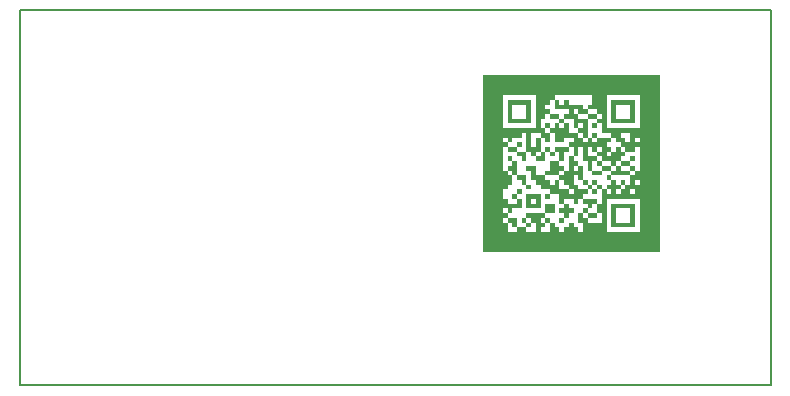
<source format=gbo>
G04 MADE WITH FRITZING*
G04 WWW.FRITZING.ORG*
G04 DOUBLE SIDED*
G04 HOLES PLATED*
G04 CONTOUR ON CENTER OF CONTOUR VECTOR*
%ASAXBY*%
%FSLAX23Y23*%
%MOIN*%
%OFA0B0*%
%SFA1.0B1.0*%
%ADD10R,2.509690X1.258780X2.493690X1.242780*%
%ADD11C,0.008000*%
%ADD12R,0.001000X0.001000*%
%LNSILK0*%
G90*
G70*
G54D11*
X4Y1255D02*
X2506Y1255D01*
X2506Y4D01*
X4Y4D01*
X4Y1255D01*
D02*
G36*
X2054Y956D02*
X2054Y940D01*
X1991Y940D01*
X1991Y893D01*
X1975Y893D01*
X1975Y956D01*
X2054Y956D01*
G37*
D02*
G36*
X2054Y940D02*
X2054Y893D01*
X2038Y893D01*
X2038Y940D01*
X2054Y940D01*
G37*
D02*
G36*
X2054Y893D02*
X2054Y889D01*
X1975Y889D01*
X1975Y893D01*
X2054Y893D01*
G37*
D02*
G36*
X2054Y893D02*
X2054Y889D01*
X1975Y889D01*
X1975Y893D01*
X2054Y893D01*
G37*
D02*
G36*
X2054Y889D02*
X2054Y877D01*
X1975Y877D01*
X1975Y889D01*
X2054Y889D01*
G37*
D02*
G36*
X1833Y956D02*
X1833Y940D01*
X1818Y940D01*
X1818Y956D01*
X1833Y956D01*
G37*
D02*
G36*
X1802Y956D02*
X1802Y940D01*
X1786Y940D01*
X1786Y956D01*
X1802Y956D01*
G37*
D02*
G36*
X1881Y940D02*
X1881Y936D01*
X1786Y936D01*
X1786Y940D01*
X1881Y940D01*
G37*
D02*
G36*
X1881Y940D02*
X1881Y936D01*
X1786Y936D01*
X1786Y940D01*
X1881Y940D01*
G37*
D02*
G36*
X1881Y936D02*
X1881Y924D01*
X1849Y924D01*
X1849Y909D01*
X1833Y909D01*
X1833Y924D01*
X1786Y924D01*
X1786Y936D01*
X1881Y936D01*
G37*
D02*
G36*
X1896Y924D02*
X1896Y909D01*
X1865Y909D01*
X1865Y924D01*
X1896Y924D01*
G37*
D02*
G36*
X1865Y909D02*
X1865Y893D01*
X1896Y893D01*
X1896Y877D01*
X1865Y877D01*
X1865Y861D01*
X1849Y861D01*
X1849Y893D01*
X1818Y893D01*
X1818Y909D01*
X1865Y909D01*
G37*
D02*
G36*
X1896Y877D02*
X1896Y861D01*
X1881Y861D01*
X1881Y877D01*
X1896Y877D01*
G37*
D02*
G36*
X1896Y861D02*
X1896Y830D01*
X1881Y830D01*
X1881Y846D01*
X1865Y846D01*
X1865Y861D01*
X1896Y861D01*
G37*
D02*
G36*
X1707Y956D02*
X1707Y940D01*
X1644Y940D01*
X1644Y893D01*
X1629Y893D01*
X1629Y956D01*
X1707Y956D01*
G37*
D02*
G36*
X1707Y940D02*
X1707Y893D01*
X1692Y893D01*
X1692Y940D01*
X1707Y940D01*
G37*
D02*
G36*
X1707Y893D02*
X1707Y889D01*
X1629Y889D01*
X1629Y893D01*
X1707Y893D01*
G37*
D02*
G36*
X1707Y893D02*
X1707Y889D01*
X1629Y889D01*
X1629Y893D01*
X1707Y893D01*
G37*
D02*
G36*
X1707Y889D02*
X1707Y877D01*
X1629Y877D01*
X1629Y889D01*
X1707Y889D01*
G37*
D02*
G36*
X1928Y909D02*
X1928Y893D01*
X1896Y893D01*
X1896Y909D01*
X1928Y909D01*
G37*
D02*
G36*
X1802Y909D02*
X1802Y893D01*
X1770Y893D01*
X1770Y909D01*
X1802Y909D01*
G37*
D02*
G36*
X1818Y893D02*
X1818Y877D01*
X1802Y877D01*
X1802Y893D01*
X1818Y893D01*
G37*
D02*
G36*
X1928Y877D02*
X1928Y861D01*
X1912Y861D01*
X1912Y877D01*
X1928Y877D01*
G37*
D02*
G36*
X1770Y877D02*
X1770Y861D01*
X1755Y861D01*
X1755Y877D01*
X1770Y877D01*
G37*
D02*
G36*
X1928Y846D02*
X1928Y830D01*
X1912Y830D01*
X1912Y846D01*
X1928Y846D01*
G37*
D02*
G36*
X1676Y814D02*
X1676Y798D01*
X1660Y798D01*
X1660Y814D01*
X1676Y814D01*
G37*
D02*
G36*
X1833Y877D02*
X1833Y861D01*
X1818Y861D01*
X1818Y877D01*
X1833Y877D01*
G37*
D02*
G36*
X1802Y877D02*
X1802Y861D01*
X1786Y861D01*
X1786Y877D01*
X1802Y877D01*
G37*
D02*
G36*
X1833Y861D02*
X1833Y857D01*
X1770Y857D01*
X1770Y861D01*
X1833Y861D01*
G37*
D02*
G36*
X1833Y861D02*
X1833Y857D01*
X1770Y857D01*
X1770Y861D01*
X1833Y861D01*
G37*
D02*
G36*
X1833Y857D02*
X1833Y846D01*
X1865Y846D01*
X1865Y830D01*
X1818Y830D01*
X1818Y814D01*
X1786Y814D01*
X1786Y846D01*
X1770Y846D01*
X1770Y857D01*
X1833Y857D01*
G37*
D02*
G36*
X1975Y830D02*
X1975Y814D01*
X1928Y814D01*
X1928Y830D01*
X1975Y830D01*
G37*
D02*
G36*
X1912Y830D02*
X1912Y814D01*
X1896Y814D01*
X1896Y830D01*
X1912Y830D01*
G37*
D02*
G36*
X1881Y830D02*
X1881Y814D01*
X1849Y814D01*
X1849Y830D01*
X1881Y830D01*
G37*
D02*
G36*
X1959Y814D02*
X1959Y810D01*
X1833Y810D01*
X1833Y814D01*
X1959Y814D01*
G37*
D02*
G36*
X1959Y814D02*
X1959Y810D01*
X1833Y810D01*
X1833Y814D01*
X1959Y814D01*
G37*
D02*
G36*
X1959Y814D02*
X1959Y810D01*
X1833Y810D01*
X1833Y814D01*
X1959Y814D01*
G37*
D02*
G36*
X1959Y810D02*
X1959Y798D01*
X1865Y798D01*
X1865Y767D01*
X1849Y767D01*
X1849Y798D01*
X1833Y798D01*
X1833Y810D01*
X1959Y810D01*
G37*
D02*
G36*
X2007Y798D02*
X2007Y783D01*
X1991Y783D01*
X1991Y798D01*
X2007Y798D01*
G37*
D02*
G36*
X1975Y798D02*
X1975Y783D01*
X1944Y783D01*
X1944Y798D01*
X1975Y798D01*
G37*
D02*
G36*
X1928Y798D02*
X1928Y783D01*
X1912Y783D01*
X1912Y798D01*
X1928Y798D01*
G37*
D02*
G36*
X1896Y798D02*
X1896Y767D01*
X1881Y767D01*
X1881Y798D01*
X1896Y798D01*
G37*
D02*
G36*
X2022Y783D02*
X2022Y767D01*
X1975Y767D01*
X1975Y783D01*
X2022Y783D01*
G37*
D02*
G36*
X1959Y783D02*
X1959Y767D01*
X1928Y767D01*
X1928Y783D01*
X1959Y783D01*
G37*
D02*
G36*
X2007Y767D02*
X2007Y763D01*
X1944Y763D01*
X1944Y767D01*
X2007Y767D01*
G37*
D02*
G36*
X2007Y767D02*
X2007Y763D01*
X1944Y763D01*
X1944Y767D01*
X2007Y767D01*
G37*
D02*
G36*
X1928Y767D02*
X1928Y751D01*
X1912Y751D01*
X1912Y720D01*
X1896Y720D01*
X1896Y751D01*
X1881Y751D01*
X1881Y767D01*
X1928Y767D01*
G37*
D02*
G36*
X2007Y763D02*
X2007Y751D01*
X1991Y751D01*
X1991Y735D01*
X1975Y735D01*
X1975Y751D01*
X1944Y751D01*
X1944Y763D01*
X2007Y763D01*
G37*
D02*
G36*
X1833Y798D02*
X1833Y783D01*
X1818Y783D01*
X1818Y751D01*
X1802Y751D01*
X1802Y783D01*
X1786Y783D01*
X1786Y798D01*
X1833Y798D01*
G37*
D02*
G36*
X1770Y798D02*
X1770Y783D01*
X1755Y783D01*
X1755Y798D01*
X1770Y798D01*
G37*
D02*
G36*
X1660Y798D02*
X1660Y783D01*
X1629Y783D01*
X1629Y798D01*
X1660Y798D01*
G37*
D02*
G36*
X1786Y783D02*
X1786Y767D01*
X1770Y767D01*
X1770Y783D01*
X1786Y783D01*
G37*
D02*
G36*
X1755Y783D02*
X1755Y751D01*
X1723Y751D01*
X1723Y767D01*
X1739Y767D01*
X1739Y783D01*
X1755Y783D01*
G37*
D02*
G36*
X1692Y783D02*
X1692Y751D01*
X1676Y751D01*
X1676Y767D01*
X1660Y767D01*
X1660Y783D01*
X1692Y783D01*
G37*
D02*
G36*
X2054Y767D02*
X2054Y751D01*
X2038Y751D01*
X2038Y767D01*
X2054Y767D01*
G37*
D02*
G36*
X1644Y767D02*
X1644Y751D01*
X1629Y751D01*
X1629Y767D01*
X1644Y767D01*
G37*
D02*
G36*
X2038Y751D02*
X2038Y735D01*
X2007Y735D01*
X2007Y751D01*
X2038Y751D01*
G37*
D02*
G36*
X1944Y751D02*
X1944Y735D01*
X1928Y735D01*
X1928Y751D01*
X1944Y751D01*
G37*
D02*
G36*
X1802Y751D02*
X1802Y735D01*
X1818Y735D01*
X1818Y720D01*
X1802Y720D01*
X1802Y704D01*
X1755Y704D01*
X1755Y720D01*
X1770Y720D01*
X1770Y751D01*
X1802Y751D01*
G37*
D02*
G36*
X1660Y751D02*
X1660Y704D01*
X1644Y704D01*
X1644Y720D01*
X1629Y720D01*
X1629Y735D01*
X1644Y735D01*
X1644Y751D01*
X1660Y751D01*
G37*
D02*
G36*
X2054Y735D02*
X2054Y720D01*
X2038Y720D01*
X2038Y735D01*
X2054Y735D01*
G37*
D02*
G36*
X2007Y735D02*
X2007Y720D01*
X2038Y720D01*
X2038Y704D01*
X1975Y704D01*
X1975Y720D01*
X1991Y720D01*
X1991Y735D01*
X2007Y735D01*
G37*
D02*
G36*
X1975Y735D02*
X1975Y720D01*
X1944Y720D01*
X1944Y735D01*
X1975Y735D01*
G37*
D02*
G36*
X1849Y767D02*
X1849Y751D01*
X1865Y751D01*
X1865Y735D01*
X1849Y735D01*
X1849Y720D01*
X1833Y720D01*
X1833Y767D01*
X1849Y767D01*
G37*
D02*
G36*
X1881Y735D02*
X1881Y720D01*
X1865Y720D01*
X1865Y735D01*
X1881Y735D01*
G37*
D02*
G36*
X1723Y735D02*
X1723Y704D01*
X1755Y704D01*
X1755Y688D01*
X1770Y688D01*
X1770Y672D01*
X1723Y672D01*
X1723Y688D01*
X1707Y688D01*
X1707Y720D01*
X1692Y720D01*
X1692Y735D01*
X1723Y735D01*
G37*
D02*
G36*
X1881Y720D02*
X1881Y716D01*
X1818Y716D01*
X1818Y720D01*
X1881Y720D01*
G37*
D02*
G36*
X1881Y720D02*
X1881Y716D01*
X1818Y716D01*
X1818Y720D01*
X1881Y720D01*
G37*
D02*
G36*
X1881Y716D02*
X1881Y704D01*
X1849Y704D01*
X1849Y688D01*
X1802Y688D01*
X1802Y672D01*
X1786Y672D01*
X1786Y688D01*
X1802Y688D01*
X1802Y704D01*
X1818Y704D01*
X1818Y716D01*
X1881Y716D01*
G37*
D02*
G36*
X1881Y704D02*
X1881Y688D01*
X1865Y688D01*
X1865Y704D01*
X1881Y704D01*
G37*
D02*
G36*
X1849Y688D02*
X1849Y672D01*
X1865Y672D01*
X1865Y657D01*
X1896Y657D01*
X1896Y641D01*
X1849Y641D01*
X1849Y657D01*
X1833Y657D01*
X1833Y672D01*
X1818Y672D01*
X1818Y688D01*
X1849Y688D01*
G37*
D02*
G36*
X1802Y672D02*
X1802Y668D01*
X1739Y668D01*
X1739Y672D01*
X1802Y672D01*
G37*
D02*
G36*
X1802Y672D02*
X1802Y668D01*
X1739Y668D01*
X1739Y672D01*
X1802Y672D01*
G37*
D02*
G36*
X1802Y668D02*
X1802Y657D01*
X1739Y657D01*
X1739Y668D01*
X1802Y668D01*
G37*
D02*
G36*
X1833Y657D02*
X1833Y641D01*
X1770Y641D01*
X1770Y657D01*
X1833Y657D01*
G37*
D02*
G36*
X1881Y641D02*
X1881Y637D01*
X1802Y637D01*
X1802Y641D01*
X1881Y641D01*
G37*
D02*
G36*
X1881Y641D02*
X1881Y637D01*
X1802Y637D01*
X1802Y641D01*
X1881Y641D01*
G37*
D02*
G36*
X1881Y637D02*
X1881Y625D01*
X1818Y625D01*
X1818Y609D01*
X1802Y609D01*
X1802Y637D01*
X1881Y637D01*
G37*
D02*
G36*
X1865Y625D02*
X1865Y609D01*
X1849Y609D01*
X1849Y625D01*
X1865Y625D01*
G37*
D02*
G36*
X1944Y720D02*
X1944Y704D01*
X1912Y704D01*
X1912Y720D01*
X1944Y720D01*
G37*
D02*
G36*
X1975Y704D02*
X1975Y688D01*
X1959Y688D01*
X1959Y704D01*
X1975Y704D01*
G37*
D02*
G36*
X1692Y704D02*
X1692Y672D01*
X1676Y672D01*
X1676Y688D01*
X1660Y688D01*
X1660Y704D01*
X1692Y704D01*
G37*
D02*
G36*
X2022Y688D02*
X2022Y672D01*
X2007Y672D01*
X2007Y688D01*
X2022Y688D01*
G37*
D02*
G36*
X1928Y688D02*
X1928Y672D01*
X1912Y672D01*
X1912Y688D01*
X1928Y688D01*
G37*
D02*
G36*
X1896Y688D02*
X1896Y672D01*
X1881Y672D01*
X1881Y688D01*
X1896Y688D01*
G37*
D02*
G36*
X1944Y672D02*
X1944Y657D01*
X1928Y657D01*
X1928Y672D01*
X1944Y672D01*
G37*
D02*
G36*
X1912Y672D02*
X1912Y657D01*
X1896Y657D01*
X1896Y672D01*
X1912Y672D01*
G37*
D02*
G36*
X1707Y672D02*
X1707Y657D01*
X1692Y657D01*
X1692Y672D01*
X1707Y672D01*
G37*
D02*
G36*
X1928Y657D02*
X1928Y641D01*
X1912Y641D01*
X1912Y657D01*
X1928Y657D01*
G37*
D02*
G36*
X1676Y657D02*
X1676Y641D01*
X1660Y641D01*
X1660Y657D01*
X1676Y657D01*
G37*
D02*
G36*
X1770Y641D02*
X1770Y625D01*
X1755Y625D01*
X1755Y641D01*
X1770Y641D01*
G37*
D02*
G36*
X1739Y641D02*
X1739Y625D01*
X1707Y625D01*
X1707Y609D01*
X1692Y609D01*
X1692Y641D01*
X1739Y641D01*
G37*
D02*
G36*
X1739Y625D02*
X1739Y609D01*
X1723Y609D01*
X1723Y625D01*
X1739Y625D01*
G37*
D02*
G36*
X1739Y609D02*
X1739Y605D01*
X1692Y605D01*
X1692Y609D01*
X1739Y609D01*
G37*
D02*
G36*
X1739Y609D02*
X1739Y605D01*
X1692Y605D01*
X1692Y609D01*
X1739Y609D01*
G37*
D02*
G36*
X1739Y605D02*
X1739Y594D01*
X1692Y594D01*
X1692Y605D01*
X1739Y605D01*
G37*
D02*
G36*
X1660Y641D02*
X1660Y625D01*
X1644Y625D01*
X1644Y641D01*
X1660Y641D01*
G37*
D02*
G36*
X1928Y625D02*
X1928Y609D01*
X1912Y609D01*
X1912Y594D01*
X1896Y594D01*
X1896Y609D01*
X1881Y609D01*
X1881Y625D01*
X1928Y625D01*
G37*
D02*
G36*
X2137Y1038D02*
X2137Y972D01*
X1613Y972D01*
X1613Y861D01*
X1546Y861D01*
X1546Y1038D01*
X2137Y1038D01*
G37*
D02*
G36*
X2137Y972D02*
X2137Y861D01*
X2070Y861D01*
X2070Y972D01*
X2137Y972D01*
G37*
D02*
G36*
X1959Y972D02*
X1959Y861D01*
X1944Y861D01*
X1944Y877D01*
X1928Y877D01*
X1928Y893D01*
X1944Y893D01*
X1944Y909D01*
X1928Y909D01*
X1928Y924D01*
X1896Y924D01*
X1896Y940D01*
X1912Y940D01*
X1912Y972D01*
X1959Y972D01*
G37*
D02*
G36*
X1786Y972D02*
X1786Y956D01*
X1770Y956D01*
X1770Y940D01*
X1755Y940D01*
X1755Y924D01*
X1770Y924D01*
X1770Y909D01*
X1755Y909D01*
X1755Y893D01*
X1739Y893D01*
X1739Y861D01*
X1723Y861D01*
X1723Y972D01*
X1786Y972D01*
G37*
D02*
G36*
X2137Y861D02*
X2137Y857D01*
X1944Y857D01*
X1944Y861D01*
X2137Y861D01*
G37*
D02*
G36*
X2137Y861D02*
X2137Y857D01*
X1944Y857D01*
X1944Y861D01*
X2137Y861D01*
G37*
D02*
G36*
X1755Y861D02*
X1755Y857D01*
X1546Y857D01*
X1546Y861D01*
X1755Y861D01*
G37*
D02*
G36*
X1755Y861D02*
X1755Y857D01*
X1546Y857D01*
X1546Y861D01*
X1755Y861D01*
G37*
D02*
G36*
X2137Y857D02*
X2137Y846D01*
X2007Y846D01*
X2007Y830D01*
X2022Y830D01*
X2022Y814D01*
X1991Y814D01*
X1991Y830D01*
X1975Y830D01*
X1975Y846D01*
X1944Y846D01*
X1944Y857D01*
X2137Y857D01*
G37*
D02*
G36*
X1755Y857D02*
X1755Y846D01*
X1676Y846D01*
X1676Y830D01*
X1613Y830D01*
X1613Y814D01*
X1546Y814D01*
X1546Y857D01*
X1755Y857D01*
G37*
D02*
G36*
X2137Y846D02*
X2137Y830D01*
X2054Y830D01*
X2054Y814D01*
X2038Y814D01*
X2038Y846D01*
X2137Y846D01*
G37*
D02*
G36*
X1770Y846D02*
X1770Y830D01*
X1739Y830D01*
X1739Y798D01*
X1723Y798D01*
X1723Y830D01*
X1739Y830D01*
X1739Y846D01*
X1770Y846D01*
G37*
D02*
G36*
X1707Y846D02*
X1707Y798D01*
X1692Y798D01*
X1692Y846D01*
X1707Y846D01*
G37*
D02*
G36*
X2137Y830D02*
X2137Y814D01*
X2070Y814D01*
X2070Y830D01*
X2137Y830D01*
G37*
D02*
G36*
X1770Y830D02*
X1770Y814D01*
X1755Y814D01*
X1755Y830D01*
X1770Y830D01*
G37*
D02*
G36*
X1644Y830D02*
X1644Y814D01*
X1629Y814D01*
X1629Y830D01*
X1644Y830D01*
G37*
D02*
G36*
X2137Y814D02*
X2137Y810D01*
X2007Y810D01*
X2007Y814D01*
X2137Y814D01*
G37*
D02*
G36*
X2137Y814D02*
X2137Y810D01*
X2007Y810D01*
X2007Y814D01*
X2137Y814D01*
G37*
D02*
G36*
X2137Y814D02*
X2137Y810D01*
X2007Y810D01*
X2007Y814D01*
X2137Y814D01*
G37*
D02*
G36*
X1629Y814D02*
X1629Y798D01*
X1613Y798D01*
X1613Y720D01*
X1629Y720D01*
X1629Y704D01*
X1644Y704D01*
X1644Y672D01*
X1629Y672D01*
X1629Y657D01*
X1613Y657D01*
X1613Y625D01*
X1629Y625D01*
X1629Y609D01*
X1546Y609D01*
X1546Y814D01*
X1629Y814D01*
G37*
D02*
G36*
X2137Y810D02*
X2137Y798D01*
X2054Y798D01*
X2054Y783D01*
X2022Y783D01*
X2022Y798D01*
X2007Y798D01*
X2007Y810D01*
X2137Y810D01*
G37*
D02*
G36*
X2137Y798D02*
X2137Y688D01*
X2054Y688D01*
X2054Y672D01*
X2038Y672D01*
X2038Y704D01*
X2054Y704D01*
X2054Y720D01*
X2070Y720D01*
X2070Y798D01*
X2137Y798D01*
G37*
D02*
G36*
X1739Y798D02*
X1739Y794D01*
X1692Y794D01*
X1692Y798D01*
X1739Y798D01*
G37*
D02*
G36*
X1739Y798D02*
X1739Y794D01*
X1692Y794D01*
X1692Y798D01*
X1739Y798D01*
G37*
D02*
G36*
X1739Y794D02*
X1739Y783D01*
X1723Y783D01*
X1723Y767D01*
X1707Y767D01*
X1707Y783D01*
X1692Y783D01*
X1692Y794D01*
X1739Y794D01*
G37*
D02*
G36*
X2137Y688D02*
X2137Y672D01*
X2070Y672D01*
X2070Y688D01*
X2137Y688D01*
G37*
D02*
G36*
X1991Y688D02*
X1991Y672D01*
X2007Y672D01*
X2007Y657D01*
X1959Y657D01*
X1959Y641D01*
X1944Y641D01*
X1944Y657D01*
X1959Y657D01*
X1959Y672D01*
X1975Y672D01*
X1975Y688D01*
X1991Y688D01*
G37*
D02*
G36*
X2137Y672D02*
X2137Y668D01*
X2022Y668D01*
X2022Y672D01*
X2137Y672D01*
G37*
D02*
G36*
X2137Y672D02*
X2137Y668D01*
X2022Y668D01*
X2022Y672D01*
X2137Y672D01*
G37*
D02*
G36*
X2137Y668D02*
X2137Y641D01*
X2054Y641D01*
X2054Y657D01*
X2022Y657D01*
X2022Y668D01*
X2137Y668D01*
G37*
D02*
G36*
X2038Y657D02*
X2038Y641D01*
X2007Y641D01*
X2007Y657D01*
X2038Y657D01*
G37*
D02*
G36*
X1991Y657D02*
X1991Y641D01*
X1975Y641D01*
X1975Y657D01*
X1991Y657D01*
G37*
D02*
G36*
X2137Y641D02*
X2137Y637D01*
X1944Y637D01*
X1944Y641D01*
X2137Y641D01*
G37*
D02*
G36*
X2137Y641D02*
X2137Y637D01*
X1944Y637D01*
X1944Y641D01*
X2137Y641D01*
G37*
D02*
G36*
X2137Y641D02*
X2137Y637D01*
X1944Y637D01*
X1944Y641D01*
X2137Y641D01*
G37*
D02*
G36*
X2137Y641D02*
X2137Y637D01*
X1944Y637D01*
X1944Y641D01*
X2137Y641D01*
G37*
D02*
G36*
X2137Y637D02*
X2137Y625D01*
X1959Y625D01*
X1959Y546D01*
X1944Y546D01*
X1944Y578D01*
X1928Y578D01*
X1928Y609D01*
X1944Y609D01*
X1944Y637D01*
X2137Y637D01*
G37*
D02*
G36*
X2137Y625D02*
X2137Y515D01*
X2070Y515D01*
X2070Y625D01*
X2137Y625D01*
G37*
D02*
G36*
X1676Y625D02*
X1676Y609D01*
X1660Y609D01*
X1660Y625D01*
X1676Y625D01*
G37*
D02*
G36*
X1676Y609D02*
X1676Y605D01*
X1546Y605D01*
X1546Y609D01*
X1676Y609D01*
G37*
D02*
G36*
X1676Y609D02*
X1676Y605D01*
X1546Y605D01*
X1546Y609D01*
X1676Y609D01*
G37*
D02*
G36*
X1676Y605D02*
X1676Y594D01*
X1613Y594D01*
X1613Y578D01*
X1546Y578D01*
X1546Y605D01*
X1676Y605D01*
G37*
D02*
G36*
X1644Y594D02*
X1644Y578D01*
X1629Y578D01*
X1629Y594D01*
X1644Y594D01*
G37*
D02*
G36*
X1881Y578D02*
X1881Y562D01*
X1896Y562D01*
X1896Y546D01*
X1865Y546D01*
X1865Y578D01*
X1881Y578D01*
G37*
D02*
G36*
X1755Y578D02*
X1755Y562D01*
X1739Y562D01*
X1739Y546D01*
X1755Y546D01*
X1755Y531D01*
X1739Y531D01*
X1739Y515D01*
X1723Y515D01*
X1723Y546D01*
X1707Y546D01*
X1707Y562D01*
X1692Y562D01*
X1692Y578D01*
X1755Y578D01*
G37*
D02*
G36*
X1629Y578D02*
X1629Y562D01*
X1613Y562D01*
X1613Y546D01*
X1629Y546D01*
X1629Y515D01*
X1546Y515D01*
X1546Y578D01*
X1629Y578D01*
G37*
D02*
G36*
X1959Y546D02*
X1959Y542D01*
X1881Y542D01*
X1881Y546D01*
X1959Y546D01*
G37*
D02*
G36*
X1959Y546D02*
X1959Y542D01*
X1881Y542D01*
X1881Y546D01*
X1959Y546D01*
G37*
D02*
G36*
X1849Y546D02*
X1849Y531D01*
X1865Y531D01*
X1865Y515D01*
X1818Y515D01*
X1818Y531D01*
X1833Y531D01*
X1833Y546D01*
X1849Y546D01*
G37*
D02*
G36*
X1786Y546D02*
X1786Y531D01*
X1802Y531D01*
X1802Y515D01*
X1770Y515D01*
X1770Y546D01*
X1786Y546D01*
G37*
D02*
G36*
X1959Y542D02*
X1959Y515D01*
X1881Y515D01*
X1881Y542D01*
X1959Y542D01*
G37*
D02*
G36*
X1692Y531D02*
X1692Y515D01*
X1660Y515D01*
X1660Y531D01*
X1692Y531D01*
G37*
D02*
G36*
X2137Y515D02*
X2137Y511D01*
X1546Y511D01*
X1546Y515D01*
X2137Y515D01*
G37*
D02*
G36*
X2137Y515D02*
X2137Y511D01*
X1546Y511D01*
X1546Y515D01*
X2137Y515D01*
G37*
D02*
G36*
X2137Y515D02*
X2137Y511D01*
X1546Y511D01*
X1546Y515D01*
X2137Y515D01*
G37*
D02*
G36*
X2137Y515D02*
X2137Y511D01*
X1546Y511D01*
X1546Y515D01*
X2137Y515D01*
G37*
D02*
G36*
X2137Y515D02*
X2137Y511D01*
X1546Y511D01*
X1546Y515D01*
X2137Y515D01*
G37*
D02*
G36*
X2137Y515D02*
X2137Y511D01*
X1546Y511D01*
X1546Y515D01*
X2137Y515D01*
G37*
D02*
G36*
X2137Y515D02*
X2137Y511D01*
X1546Y511D01*
X1546Y515D01*
X2137Y515D01*
G37*
D02*
G36*
X2137Y511D02*
X2137Y448D01*
X1546Y448D01*
X1546Y511D01*
X2137Y511D01*
G37*
D02*
G36*
X2054Y609D02*
X2054Y594D01*
X1991Y594D01*
X1991Y546D01*
X1975Y546D01*
X1975Y609D01*
X2054Y609D01*
G37*
D02*
G36*
X2054Y594D02*
X2054Y546D01*
X2038Y546D01*
X2038Y594D01*
X2054Y594D01*
G37*
D02*
G36*
X2054Y546D02*
X2054Y542D01*
X1975Y542D01*
X1975Y546D01*
X2054Y546D01*
G37*
D02*
G36*
X2054Y546D02*
X2054Y542D01*
X1975Y542D01*
X1975Y546D01*
X2054Y546D01*
G37*
D02*
G36*
X2054Y542D02*
X2054Y531D01*
X1975Y531D01*
X1975Y542D01*
X2054Y542D01*
G37*
D02*
G36*
X1833Y609D02*
X1833Y594D01*
X1849Y594D01*
X1849Y578D01*
X1833Y578D01*
X1833Y562D01*
X1818Y562D01*
X1818Y578D01*
X1802Y578D01*
X1802Y594D01*
X1818Y594D01*
X1818Y609D01*
X1833Y609D01*
G37*
D02*
G36*
X1786Y609D02*
X1786Y578D01*
X1755Y578D01*
X1755Y609D01*
X1786Y609D01*
G37*
D02*
G36*
X1896Y594D02*
X1896Y578D01*
X1881Y578D01*
X1881Y594D01*
X1896Y594D01*
G37*
D02*
G36*
X1928Y578D02*
X1928Y562D01*
X1896Y562D01*
X1896Y578D01*
X1928Y578D01*
G37*
D02*
G36*
X1818Y562D02*
X1818Y546D01*
X1802Y546D01*
X1802Y562D01*
X1818Y562D01*
G37*
D02*
G36*
X1770Y562D02*
X1770Y546D01*
X1755Y546D01*
X1755Y562D01*
X1770Y562D01*
G37*
D02*
G36*
X1692Y562D02*
X1692Y546D01*
X1676Y546D01*
X1676Y562D01*
X1692Y562D01*
G37*
D02*
G36*
X1660Y562D02*
X1660Y531D01*
X1644Y531D01*
X1644Y546D01*
X1629Y546D01*
X1629Y562D01*
X1660Y562D01*
G37*
D02*
G36*
X1707Y546D02*
X1707Y531D01*
X1692Y531D01*
X1692Y546D01*
X1707Y546D01*
G37*
D02*
G54D12*
D02*
G04 End of Silk0*
M02*
</source>
